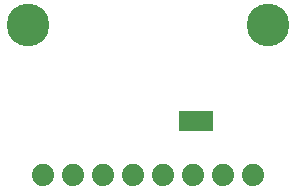
<source format=gbr>
G04 EAGLE Gerber RS-274X export*
G75*
%MOMM*%
%FSLAX34Y34*%
%LPD*%
%INSoldermask Bottom*%
%IPPOS*%
%AMOC8*
5,1,8,0,0,1.08239X$1,22.5*%
G01*
%ADD10C,1.879600*%
%ADD11C,3.617600*%
%ADD12R,2.921000X1.651000*%


D10*
X38100Y25400D03*
X63500Y25400D03*
X88900Y25400D03*
X114300Y25400D03*
X139700Y25400D03*
X165100Y25400D03*
X190500Y25400D03*
X215900Y25400D03*
D11*
X25400Y152400D03*
X228600Y152400D03*
D12*
X167640Y71120D03*
M02*

</source>
